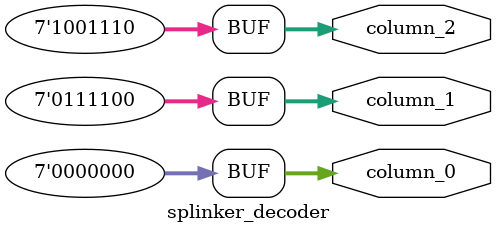
<source format=v>
module splinker_decoder (
    output [6:0] column_2, // 4 & 0
    output [6:0] column_1, // 3 & 1
    output [6:0] column_0  // 2
);

    assign column_2 = 7'b1001110;
    assign column_1 = 7'b0111100;
    assign column_0 = 7'b0000000;

endmodule
</source>
